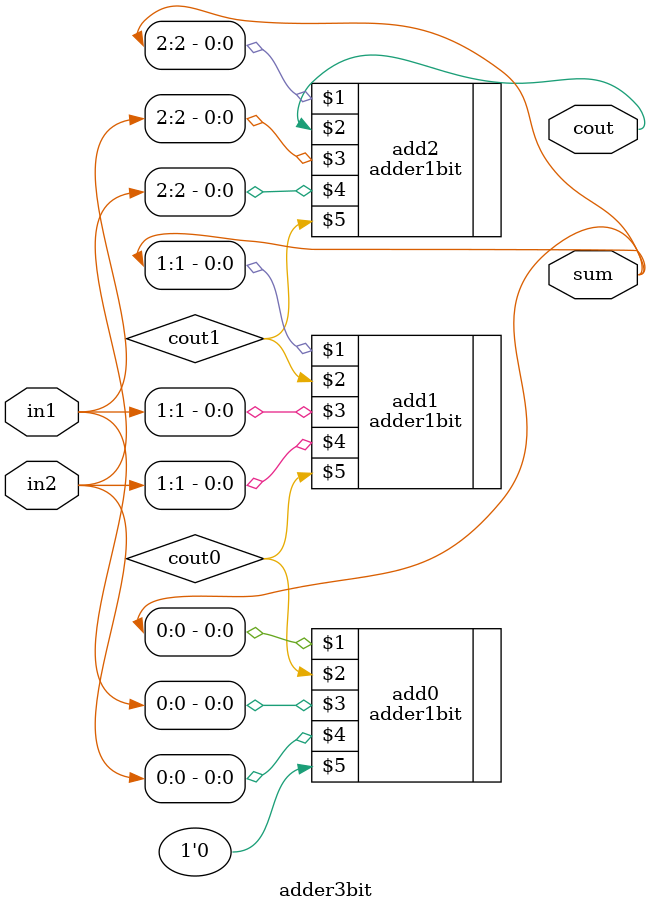
<source format=v>

module adder3bit (
	sum,
	cout,
	in1,
	in2
);

output[2:0] sum;
output cout;

input[2:0] in1, in2;

wire cout0, cout1;

adder1bit add0(sum[0], cout0, in1[0], in2[0], 1'b0);
adder1bit add1(sum[1], cout1, in1[1], in2[1], cout0);
adder1bit add2(sum[2], cout, in1[2], in2[2], cout1);

endmodule

</source>
